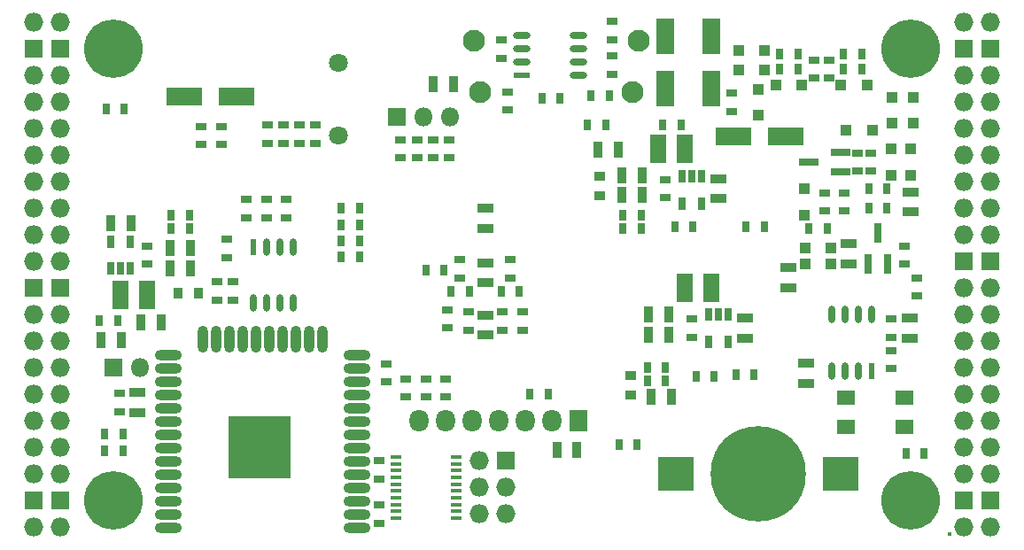
<source format=gbs>
G04 #@! TF.GenerationSoftware,KiCad,Pcbnew,5.0.0-rc2+dfsg1-2*
G04 #@! TF.CreationDate,2018-06-06T08:38:01+02:00*
G04 #@! TF.ProjectId,ulx3s,756C7833732E6B696361645F70636200,rev?*
G04 #@! TF.SameCoordinates,Original*
G04 #@! TF.FileFunction,Soldermask,Bot*
G04 #@! TF.FilePolarity,Negative*
%FSLAX46Y46*%
G04 Gerber Fmt 4.6, Leading zero omitted, Abs format (unit mm)*
G04 Created by KiCad (PCBNEW 5.0.0-rc2+dfsg1-2) date Wed Jun  6 08:38:01 2018*
%MOMM*%
%LPD*%
G01*
G04 APERTURE LIST*
%ADD10O,1.827200X1.827200*%
%ADD11R,1.727200X1.727200*%
%ADD12R,0.700000X1.200000*%
%ADD13C,5.600000*%
%ADD14R,1.000000X0.400000*%
%ADD15R,1.727200X2.032000*%
%ADD16O,1.827200X2.132000*%
%ADD17R,3.500000X3.300000*%
%ADD18C,9.100000*%
%ADD19C,1.800000*%
%ADD20R,0.600000X1.550000*%
%ADD21O,0.700000X1.650000*%
%ADD22O,2.600000X1.000000*%
%ADD23O,1.000000X2.600000*%
%ADD24R,6.000000X6.000000*%
%ADD25R,1.800000X1.400000*%
%ADD26R,0.970000X1.500000*%
%ADD27R,0.670000X1.000000*%
%ADD28R,1.500000X0.970000*%
%ADD29R,1.000000X0.670000*%
%ADD30C,2.100000*%
%ADD31R,1.000000X1.000000*%
%ADD32R,0.800000X1.900000*%
%ADD33R,1.900000X0.800000*%
%ADD34R,3.500000X1.800000*%
%ADD35R,1.800000X3.500000*%
%ADD36C,0.400000*%
%ADD37R,1.000000X0.845000*%
%ADD38R,0.845000X1.000000*%
%ADD39R,1.700000X1.700000*%
%ADD40O,1.800000X1.800000*%
%ADD41R,1.550000X0.600000*%
%ADD42O,1.650000X0.700000*%
%ADD43R,1.500000X2.700000*%
G04 APERTURE END LIST*
D10*
G04 #@! TO.C,J1*
X97910000Y-62690000D03*
X95370000Y-62690000D03*
D11*
X97910000Y-65230000D03*
X95370000Y-65230000D03*
D10*
X97910000Y-67770000D03*
X95370000Y-67770000D03*
X97910000Y-70310000D03*
X95370000Y-70310000D03*
X97910000Y-72850000D03*
X95370000Y-72850000D03*
X97910000Y-75390000D03*
X95370000Y-75390000D03*
X97910000Y-77930000D03*
X95370000Y-77930000D03*
X97910000Y-80470000D03*
X95370000Y-80470000D03*
X97910000Y-83010000D03*
X95370000Y-83010000D03*
X97910000Y-85550000D03*
X95370000Y-85550000D03*
D11*
X97910000Y-88090000D03*
X95370000Y-88090000D03*
D10*
X97910000Y-90630000D03*
X95370000Y-90630000D03*
X97910000Y-93170000D03*
X95370000Y-93170000D03*
X97910000Y-95710000D03*
X95370000Y-95710000D03*
X97910000Y-98250000D03*
X95370000Y-98250000D03*
X97910000Y-100790000D03*
X95370000Y-100790000D03*
X97910000Y-103330000D03*
X95370000Y-103330000D03*
X97910000Y-105870000D03*
X95370000Y-105870000D03*
D11*
X97910000Y-108410000D03*
X95370000Y-108410000D03*
D10*
X97910000Y-110950000D03*
X95370000Y-110950000D03*
G04 #@! TD*
D12*
G04 #@! TO.C,U3*
X159825000Y-90600000D03*
X160775000Y-90600000D03*
X161725000Y-90600000D03*
X161725000Y-93200000D03*
X159825000Y-93200000D03*
G04 #@! TD*
G04 #@! TO.C,U4*
X104575000Y-86215000D03*
X103625000Y-86215000D03*
X102675000Y-86215000D03*
X102675000Y-83615000D03*
X104575000Y-83615000D03*
G04 #@! TD*
G04 #@! TO.C,U5*
X157285000Y-77392000D03*
X158235000Y-77392000D03*
X159185000Y-77392000D03*
X159185000Y-79992000D03*
X157285000Y-79992000D03*
G04 #@! TD*
D10*
G04 #@! TO.C,J2*
X184270000Y-110950000D03*
X186810000Y-110950000D03*
D11*
X184270000Y-108410000D03*
X186810000Y-108410000D03*
D10*
X184270000Y-105870000D03*
X186810000Y-105870000D03*
X184270000Y-103330000D03*
X186810000Y-103330000D03*
X184270000Y-100790000D03*
X186810000Y-100790000D03*
X184270000Y-98250000D03*
X186810000Y-98250000D03*
X184270000Y-95710000D03*
X186810000Y-95710000D03*
X184270000Y-93170000D03*
X186810000Y-93170000D03*
X184270000Y-90630000D03*
X186810000Y-90630000D03*
X184270000Y-88090000D03*
X186810000Y-88090000D03*
D11*
X184270000Y-85550000D03*
X186810000Y-85550000D03*
D10*
X184270000Y-83010000D03*
X186810000Y-83010000D03*
X184270000Y-80470000D03*
X186810000Y-80470000D03*
X184270000Y-77930000D03*
X186810000Y-77930000D03*
X184270000Y-75390000D03*
X186810000Y-75390000D03*
X184270000Y-72850000D03*
X186810000Y-72850000D03*
X184270000Y-70310000D03*
X186810000Y-70310000D03*
X184270000Y-67770000D03*
X186810000Y-67770000D03*
D11*
X184270000Y-65230000D03*
X186810000Y-65230000D03*
D10*
X184270000Y-62690000D03*
X186810000Y-62690000D03*
G04 #@! TD*
D13*
G04 #@! TO.C,H1*
X102990000Y-108410000D03*
G04 #@! TD*
G04 #@! TO.C,H2*
X179190000Y-108410000D03*
G04 #@! TD*
G04 #@! TO.C,H3*
X179190000Y-65230000D03*
G04 #@! TD*
G04 #@! TO.C,H4*
X102990000Y-65230000D03*
G04 #@! TD*
D14*
G04 #@! TO.C,U6*
X135735000Y-104215000D03*
X135735000Y-104865000D03*
X135735000Y-105515000D03*
X135735000Y-106165000D03*
X135735000Y-106815000D03*
X135735000Y-107465000D03*
X135735000Y-108115000D03*
X135735000Y-108765000D03*
X135735000Y-109415000D03*
X135735000Y-110065000D03*
X129935000Y-110065000D03*
X129935000Y-109415000D03*
X129935000Y-108765000D03*
X129935000Y-108115000D03*
X129935000Y-107465000D03*
X129935000Y-106815000D03*
X129935000Y-106165000D03*
X129935000Y-105515000D03*
X129935000Y-104865000D03*
X129935000Y-104215000D03*
G04 #@! TD*
D11*
G04 #@! TO.C,J4*
X140455000Y-104600000D03*
D10*
X137915000Y-104600000D03*
X140455000Y-107140000D03*
X137915000Y-107140000D03*
X140455000Y-109680000D03*
X137915000Y-109680000D03*
G04 #@! TD*
D15*
G04 #@! TO.C,OLED1*
X147440000Y-100790000D03*
D16*
X144900000Y-100790000D03*
X142360000Y-100790000D03*
X139820000Y-100790000D03*
X137280000Y-100790000D03*
X134740000Y-100790000D03*
X132200000Y-100790000D03*
G04 #@! TD*
D17*
G04 #@! TO.C,BAT1*
X172485000Y-105870000D03*
X156685000Y-105870000D03*
D18*
X164585000Y-105870000D03*
G04 #@! TD*
D19*
G04 #@! TO.C,AUDIO1*
X124468000Y-66518000D03*
X124468000Y-73518000D03*
G04 #@! TD*
D20*
G04 #@! TO.C,U7*
X175395000Y-96015000D03*
D21*
X174125000Y-96015000D03*
X172855000Y-96015000D03*
X171585000Y-96015000D03*
X171585000Y-90615000D03*
X172855000Y-90615000D03*
X174125000Y-90615000D03*
X175395000Y-90615000D03*
G04 #@! TD*
D20*
G04 #@! TO.C,U10*
X116325000Y-84120000D03*
D21*
X117595000Y-84120000D03*
X118865000Y-84120000D03*
X120135000Y-84120000D03*
X120135000Y-89520000D03*
X118865000Y-89520000D03*
X117595000Y-89520000D03*
X116325000Y-89520000D03*
G04 #@! TD*
D22*
G04 #@! TO.C,U9*
X126230000Y-111000000D03*
X126230000Y-109730000D03*
X126230000Y-108460000D03*
X126230000Y-107190000D03*
X126230000Y-105920000D03*
X126230000Y-104650000D03*
X126230000Y-103380000D03*
X126230000Y-102110000D03*
X126230000Y-100840000D03*
X126230000Y-99570000D03*
X126230000Y-98300000D03*
X126230000Y-97030000D03*
X126230000Y-95760000D03*
X126230000Y-94490000D03*
D23*
X122945000Y-93000000D03*
X121675000Y-93000000D03*
X120405000Y-93000000D03*
X119135000Y-93000000D03*
X117865000Y-93000000D03*
X116595000Y-93000000D03*
X115325000Y-93000000D03*
X114055000Y-93000000D03*
X112785000Y-93000000D03*
X111515000Y-93000000D03*
D22*
X108230000Y-94490000D03*
X108230000Y-95760000D03*
X108230000Y-97030000D03*
X108230000Y-98300000D03*
X108230000Y-99570000D03*
X108230000Y-100840000D03*
X108230000Y-102110000D03*
X108230000Y-103380000D03*
X108230000Y-104650000D03*
X108230000Y-105920000D03*
X108230000Y-107190000D03*
X108230000Y-108460000D03*
X108230000Y-109730000D03*
X108230000Y-111000000D03*
D24*
X116930000Y-103300000D03*
G04 #@! TD*
D25*
G04 #@! TO.C,Y2*
X178576000Y-98522000D03*
X172976000Y-98522000D03*
X172976000Y-101322000D03*
X178576000Y-101322000D03*
G04 #@! TD*
D26*
G04 #@! TO.C,C47*
X133546000Y-68550000D03*
X135456000Y-68550000D03*
G04 #@! TD*
G04 #@! TO.C,C1*
X102748500Y-81885000D03*
X104658500Y-81885000D03*
G04 #@! TD*
D27*
G04 #@! TO.C,C2*
X153985000Y-96910000D03*
X155735000Y-96910000D03*
G04 #@! TD*
D26*
G04 #@! TO.C,C3*
X156015000Y-90630000D03*
X154105000Y-90630000D03*
G04 #@! TD*
G04 #@! TO.C,C4*
X154105000Y-92535000D03*
X156015000Y-92535000D03*
G04 #@! TD*
D28*
G04 #@! TO.C,C5*
X163315000Y-90945000D03*
X163315000Y-92855000D03*
G04 #@! TD*
D27*
G04 #@! TO.C,C6*
X151645000Y-82375000D03*
X153395000Y-82375000D03*
G04 #@! TD*
D26*
G04 #@! TO.C,C7*
X153475000Y-79200000D03*
X151565000Y-79200000D03*
G04 #@! TD*
G04 #@! TO.C,C8*
X153475000Y-77295000D03*
X151565000Y-77295000D03*
G04 #@! TD*
D28*
G04 #@! TO.C,C9*
X160775000Y-79520000D03*
X160775000Y-77610000D03*
G04 #@! TD*
D27*
G04 #@! TO.C,C10*
X108465000Y-81105000D03*
X110215000Y-81105000D03*
G04 #@! TD*
D26*
G04 #@! TO.C,C11*
X108385000Y-84280000D03*
X110295000Y-84280000D03*
G04 #@! TD*
G04 #@! TO.C,C12*
X110295000Y-86185000D03*
X108385000Y-86185000D03*
G04 #@! TD*
D28*
G04 #@! TO.C,C13*
X173221000Y-83833000D03*
X173221000Y-85743000D03*
G04 #@! TD*
D29*
G04 #@! TO.C,C14*
X175380000Y-76900000D03*
X175380000Y-75150000D03*
G04 #@! TD*
D28*
G04 #@! TO.C,C15*
X105276000Y-99967000D03*
X105276000Y-98057000D03*
G04 #@! TD*
G04 #@! TO.C,C16*
X167506000Y-88029000D03*
X167506000Y-86119000D03*
G04 #@! TD*
G04 #@! TO.C,C17*
X138500000Y-90665000D03*
X138500000Y-92575000D03*
G04 #@! TD*
D29*
G04 #@! TO.C,C18*
X150589600Y-64359000D03*
X150589600Y-62609000D03*
G04 #@! TD*
D28*
G04 #@! TO.C,C19*
X138500000Y-82375000D03*
X138500000Y-80465000D03*
G04 #@! TD*
G04 #@! TO.C,C20*
X138500000Y-87575000D03*
X138500000Y-85665000D03*
G04 #@! TD*
D26*
G04 #@! TO.C,C21*
X103706000Y-93061000D03*
X101796000Y-93061000D03*
G04 #@! TD*
G04 #@! TO.C,C22*
X154359000Y-98504000D03*
X156269000Y-98504000D03*
G04 #@! TD*
G04 #@! TO.C,C23*
X105591000Y-91392000D03*
X107501000Y-91392000D03*
G04 #@! TD*
G04 #@! TO.C,C24*
X151189000Y-74882000D03*
X149279000Y-74882000D03*
G04 #@! TD*
D29*
G04 #@! TO.C,C25*
X140900000Y-87095000D03*
X140900000Y-85345000D03*
G04 #@! TD*
G04 #@! TO.C,C26*
X136100000Y-87095000D03*
X136100000Y-85345000D03*
G04 #@! TD*
G04 #@! TO.C,C27*
X136900000Y-92095000D03*
X136900000Y-90345000D03*
G04 #@! TD*
G04 #@! TO.C,C28*
X140100000Y-90345000D03*
X140100000Y-92095000D03*
G04 #@! TD*
G04 #@! TO.C,C29*
X142100000Y-92095000D03*
X142100000Y-90345000D03*
G04 #@! TD*
G04 #@! TO.C,C30*
X134900000Y-90145000D03*
X134900000Y-91895000D03*
G04 #@! TD*
D27*
G04 #@! TO.C,C31*
X135225000Y-88420000D03*
X136975000Y-88420000D03*
G04 #@! TD*
G04 #@! TO.C,C32*
X140025000Y-88420000D03*
X141775000Y-88420000D03*
G04 #@! TD*
G04 #@! TO.C,C33*
X163425000Y-82220000D03*
X165175000Y-82220000D03*
G04 #@! TD*
G04 #@! TO.C,C34*
X158375000Y-82220000D03*
X156625000Y-82220000D03*
G04 #@! TD*
D29*
G04 #@! TO.C,C35*
X177300000Y-94025000D03*
X177300000Y-95775000D03*
G04 #@! TD*
D26*
G04 #@! TO.C,C46*
X145342000Y-103584000D03*
X147252000Y-103584000D03*
G04 #@! TD*
D27*
G04 #@! TO.C,C48*
X103995000Y-70963000D03*
X102245000Y-70963000D03*
G04 #@! TD*
G04 #@! TO.C,C49*
X103372000Y-91156000D03*
X101622000Y-91156000D03*
G04 #@! TD*
D29*
G04 #@! TO.C,C50*
X179713000Y-88856000D03*
X179713000Y-87106000D03*
G04 #@! TD*
D27*
G04 #@! TO.C,C51*
X180473000Y-103856000D03*
X178723000Y-103856000D03*
G04 #@! TD*
G04 #@! TO.C,C52*
X158645000Y-96490000D03*
X160395000Y-96490000D03*
G04 #@! TD*
G04 #@! TO.C,C53*
X132827200Y-86330000D03*
X134577200Y-86330000D03*
G04 #@! TD*
D28*
G04 #@! TO.C,C54*
X169172000Y-95281000D03*
X169172000Y-97191000D03*
G04 #@! TD*
G04 #@! TO.C,D11*
X179190000Y-80790000D03*
X179190000Y-78880000D03*
G04 #@! TD*
D30*
G04 #@! TO.C,GPDI1*
X152546000Y-69312000D03*
X138046000Y-69312000D03*
X153146000Y-64412000D03*
X137446000Y-64412000D03*
G04 #@! TD*
D31*
G04 #@! TO.C,D10*
X169050000Y-84280000D03*
X171550000Y-84280000D03*
G04 #@! TD*
G04 #@! TO.C,D12*
X169030000Y-78585000D03*
X169030000Y-81085000D03*
G04 #@! TD*
G04 #@! TO.C,D13*
X171550000Y-85804000D03*
X169050000Y-85804000D03*
G04 #@! TD*
G04 #@! TO.C,D14*
X179190000Y-74775000D03*
X179190000Y-77275000D03*
G04 #@! TD*
G04 #@! TO.C,D15*
X177285000Y-77275000D03*
X177285000Y-74775000D03*
G04 #@! TD*
G04 #@! TO.C,D16*
X172987000Y-72977000D03*
X175487000Y-72977000D03*
G04 #@! TD*
G04 #@! TO.C,D17*
X164585000Y-69060000D03*
X164585000Y-71560000D03*
G04 #@! TD*
G04 #@! TO.C,D20*
X168756000Y-68659000D03*
X166256000Y-68659000D03*
G04 #@! TD*
G04 #@! TO.C,D21*
X174979000Y-68659000D03*
X172479000Y-68659000D03*
G04 #@! TD*
G04 #@! TO.C,D23*
X165200000Y-67262000D03*
X162700000Y-67262000D03*
G04 #@! TD*
G04 #@! TO.C,D24*
X162700000Y-65357000D03*
X165200000Y-65357000D03*
G04 #@! TD*
G04 #@! TO.C,D25*
X177412000Y-72322000D03*
X177412000Y-69822000D03*
G04 #@! TD*
G04 #@! TO.C,D26*
X179444000Y-69822000D03*
X179444000Y-72322000D03*
G04 #@! TD*
D32*
G04 #@! TO.C,Q1*
X176015000Y-82780000D03*
X175065000Y-85780000D03*
X176965000Y-85780000D03*
G04 #@! TD*
D33*
G04 #@! TO.C,Q2*
X172435000Y-75075000D03*
X172435000Y-76975000D03*
X169435000Y-76025000D03*
G04 #@! TD*
D34*
G04 #@! TO.C,D8*
X114761000Y-69802000D03*
X109761000Y-69802000D03*
G04 #@! TD*
G04 #@! TO.C,D9*
X167212000Y-73612000D03*
X162212000Y-73612000D03*
G04 #@! TD*
D35*
G04 #@! TO.C,D51*
X155695000Y-69000000D03*
X155695000Y-64000000D03*
G04 #@! TD*
G04 #@! TO.C,D52*
X160140000Y-69000000D03*
X160140000Y-64000000D03*
G04 #@! TD*
D36*
G04 #@! TO.C,AE1*
X182888000Y-111603000D03*
G04 #@! TD*
D29*
G04 #@! TO.C,R49*
X113277000Y-74360000D03*
X113277000Y-72610000D03*
G04 #@! TD*
G04 #@! TO.C,R50*
X111372000Y-72610000D03*
X111372000Y-74360000D03*
G04 #@! TD*
D27*
G04 #@! TO.C,R51*
X155455000Y-72487000D03*
X157205000Y-72487000D03*
G04 #@! TD*
D29*
G04 #@! TO.C,R52*
X171331000Y-66278000D03*
X171331000Y-68028000D03*
G04 #@! TD*
G04 #@! TO.C,R53*
X169919000Y-68028000D03*
X169919000Y-66278000D03*
G04 #@! TD*
D27*
G04 #@! TO.C,R54*
X174477000Y-65738000D03*
X172727000Y-65738000D03*
G04 #@! TD*
D29*
G04 #@! TO.C,R56*
X128390000Y-106321000D03*
X128390000Y-104571000D03*
G04 #@! TD*
G04 #@! TO.C,R57*
X117722000Y-72483000D03*
X117722000Y-74233000D03*
G04 #@! TD*
G04 #@! TO.C,R58*
X119246000Y-74233000D03*
X119246000Y-72483000D03*
G04 #@! TD*
G04 #@! TO.C,R59*
X120770000Y-72483000D03*
X120770000Y-74233000D03*
G04 #@! TD*
G04 #@! TO.C,R60*
X122294000Y-74233000D03*
X122294000Y-72483000D03*
G04 #@! TD*
D27*
G04 #@! TO.C,R61*
X145655000Y-69900000D03*
X143905000Y-69900000D03*
G04 #@! TD*
D37*
G04 #@! TO.C,RP1*
X152393000Y-96398500D03*
X152393000Y-98323500D03*
G04 #@! TD*
D38*
G04 #@! TO.C,RP2*
X111064500Y-88598000D03*
X109139500Y-88598000D03*
G04 #@! TD*
D37*
G04 #@! TO.C,RP3*
X149472000Y-77348500D03*
X149472000Y-79273500D03*
G04 #@! TD*
D39*
G04 #@! TO.C,J3*
X102990000Y-95710000D03*
D40*
X105530000Y-95710000D03*
G04 #@! TD*
D39*
G04 #@! TO.C,J5*
X130056000Y-71725000D03*
D40*
X132596000Y-71725000D03*
X135136000Y-71725000D03*
G04 #@! TD*
D27*
G04 #@! TO.C,R40*
X166631000Y-65738000D03*
X168381000Y-65738000D03*
G04 #@! TD*
D29*
G04 #@! TO.C,R55*
X134740000Y-96740000D03*
X134740000Y-98490000D03*
G04 #@! TD*
D41*
G04 #@! TO.C,U11*
X141980000Y-67706500D03*
D42*
X141980000Y-66436500D03*
X141980000Y-65166500D03*
X141980000Y-63896500D03*
X147380000Y-63896500D03*
X147380000Y-65166500D03*
X147380000Y-66436500D03*
X147380000Y-67706500D03*
G04 #@! TD*
D28*
G04 #@! TO.C,C55*
X179078000Y-90963000D03*
X179078000Y-92873000D03*
G04 #@! TD*
D29*
G04 #@! TO.C,R65*
X177300000Y-92793000D03*
X177300000Y-91043000D03*
G04 #@! TD*
D43*
G04 #@! TO.C,L1*
X160140000Y-88090000D03*
X157600000Y-88090000D03*
G04 #@! TD*
G04 #@! TO.C,L2*
X103625000Y-88725000D03*
X106165000Y-88725000D03*
G04 #@! TD*
G04 #@! TO.C,L3*
X155060000Y-74755000D03*
X157600000Y-74755000D03*
G04 #@! TD*
D27*
G04 #@! TO.C,R1*
X171175000Y-82375000D03*
X169425000Y-82375000D03*
G04 #@! TD*
D29*
G04 #@! TO.C,R2*
X172840000Y-78960000D03*
X172840000Y-80710000D03*
G04 #@! TD*
G04 #@! TO.C,R3*
X162045000Y-71185000D03*
X162045000Y-69435000D03*
G04 #@! TD*
D27*
G04 #@! TO.C,R4*
X176890000Y-80470000D03*
X175140000Y-80470000D03*
G04 #@! TD*
D29*
G04 #@! TO.C,R5*
X174110000Y-75150000D03*
X174110000Y-76900000D03*
G04 #@! TD*
G04 #@! TO.C,R6*
X178555000Y-85790000D03*
X178555000Y-84040000D03*
G04 #@! TD*
G04 #@! TO.C,R7*
X113785000Y-85155000D03*
X113785000Y-83405000D03*
G04 #@! TD*
G04 #@! TO.C,R8*
X170935000Y-80710000D03*
X170935000Y-78960000D03*
G04 #@! TD*
G04 #@! TO.C,R9*
X128390000Y-110555000D03*
X128390000Y-108805000D03*
G04 #@! TD*
D27*
G04 #@! TO.C,R10*
X151264000Y-103076000D03*
X153014000Y-103076000D03*
G04 #@! TD*
D29*
G04 #@! TO.C,R11*
X119500000Y-81345000D03*
X119500000Y-79595000D03*
G04 #@! TD*
G04 #@! TO.C,R12*
X114420000Y-89219000D03*
X114420000Y-87469000D03*
G04 #@! TD*
D27*
G04 #@! TO.C,R13*
X175140000Y-78565000D03*
X176890000Y-78565000D03*
G04 #@! TD*
G04 #@! TO.C,R14*
X124721000Y-85060000D03*
X126471000Y-85060000D03*
G04 #@! TD*
G04 #@! TO.C,R15*
X126471000Y-83536000D03*
X124721000Y-83536000D03*
G04 #@! TD*
G04 #@! TO.C,R16*
X124721000Y-82012000D03*
X126471000Y-82012000D03*
G04 #@! TD*
G04 #@! TO.C,R17*
X126471000Y-80470000D03*
X124721000Y-80470000D03*
G04 #@! TD*
D29*
G04 #@! TO.C,R18*
X130422000Y-73898000D03*
X130422000Y-75648000D03*
G04 #@! TD*
G04 #@! TO.C,R19*
X131961000Y-73898000D03*
X131961000Y-75648000D03*
G04 #@! TD*
G04 #@! TO.C,R20*
X133485000Y-73898000D03*
X133485000Y-75648000D03*
G04 #@! TD*
G04 #@! TO.C,R21*
X135009000Y-75648000D03*
X135009000Y-73898000D03*
G04 #@! TD*
G04 #@! TO.C,R22*
X140025500Y-66105000D03*
X140025500Y-64355000D03*
G04 #@! TD*
G04 #@! TO.C,R23*
X140597000Y-71076000D03*
X140597000Y-69326000D03*
G04 #@! TD*
G04 #@! TO.C,R24*
X150615000Y-67647000D03*
X150615000Y-65897000D03*
G04 #@! TD*
D27*
G04 #@! TO.C,R25*
X148300000Y-72487000D03*
X150050000Y-72487000D03*
G04 #@! TD*
G04 #@! TO.C,R26*
X150362000Y-69693000D03*
X148612000Y-69693000D03*
G04 #@! TD*
D29*
G04 #@! TO.C,R27*
X129025000Y-95300000D03*
X129025000Y-97050000D03*
G04 #@! TD*
G04 #@! TO.C,R28*
X117595000Y-79595000D03*
X117595000Y-81345000D03*
G04 #@! TD*
G04 #@! TO.C,R29*
X112896000Y-89219000D03*
X112896000Y-87469000D03*
G04 #@! TD*
G04 #@! TO.C,R30*
X115690000Y-79595000D03*
X115690000Y-81345000D03*
G04 #@! TD*
D27*
G04 #@! TO.C,R31*
X142755000Y-98250000D03*
X144505000Y-98250000D03*
G04 #@! TD*
D29*
G04 #@! TO.C,R32*
X132835000Y-98490000D03*
X132835000Y-96740000D03*
G04 #@! TD*
G04 #@! TO.C,R33*
X130930000Y-96740000D03*
X130930000Y-98490000D03*
G04 #@! TD*
D27*
G04 #@! TO.C,R34*
X102115000Y-103600000D03*
X103865000Y-103600000D03*
G04 #@! TD*
G04 #@! TO.C,R35*
X102115000Y-102060000D03*
X103865000Y-102060000D03*
G04 #@! TD*
D29*
G04 #@! TO.C,R38*
X103576500Y-99905000D03*
X103576500Y-98155000D03*
G04 #@! TD*
D27*
G04 #@! TO.C,R39*
X164190000Y-96345000D03*
X162440000Y-96345000D03*
G04 #@! TD*
G04 #@! TO.C,R63*
X168381000Y-67135000D03*
X166631000Y-67135000D03*
G04 #@! TD*
G04 #@! TO.C,R64*
X174475000Y-67120000D03*
X172725000Y-67120000D03*
G04 #@! TD*
G04 #@! TO.C,RA1*
X153985000Y-95640000D03*
X155735000Y-95640000D03*
G04 #@! TD*
G04 #@! TO.C,RA2*
X110215000Y-82375000D03*
X108465000Y-82375000D03*
G04 #@! TD*
G04 #@! TO.C,RA3*
X151645000Y-81105000D03*
X153395000Y-81105000D03*
G04 #@! TD*
D29*
G04 #@! TO.C,RB1*
X158235000Y-92775000D03*
X158235000Y-91025000D03*
G04 #@! TD*
G04 #@! TO.C,RB2*
X106165000Y-85790000D03*
X106165000Y-84040000D03*
G04 #@! TD*
G04 #@! TO.C,RB3*
X155695000Y-79440000D03*
X155695000Y-77690000D03*
G04 #@! TD*
M02*

</source>
